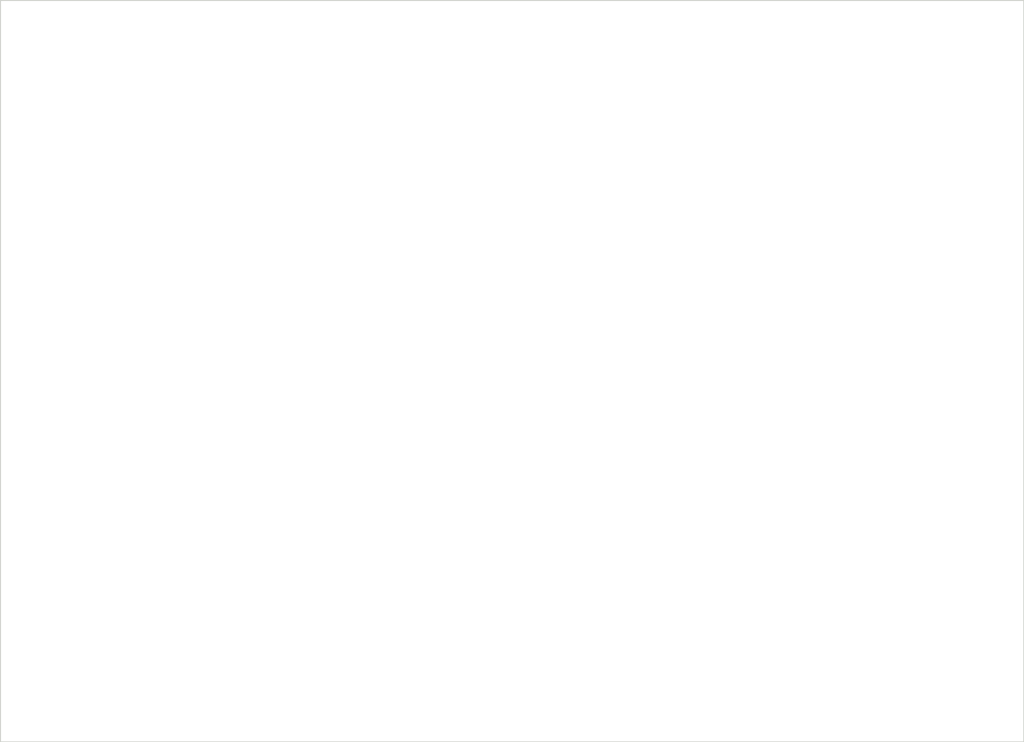
<source format=kicad_pcb>
(kicad_pcb (version 20211014) (generator pcbnew)

  (general
    (thickness 1.6)
  )

  (paper "A4")
  (layers
    (0 "F.Cu" signal)
    (31 "B.Cu" signal)
    (32 "B.Adhes" user "B.Adhesive")
    (33 "F.Adhes" user "F.Adhesive")
    (34 "B.Paste" user)
    (35 "F.Paste" user)
    (36 "B.SilkS" user "B.Silkscreen")
    (37 "F.SilkS" user "F.Silkscreen")
    (38 "B.Mask" user)
    (39 "F.Mask" user)
    (40 "Dwgs.User" user "User.Drawings")
    (41 "Cmts.User" user "User.Comments")
    (42 "Eco1.User" user "User.Eco1")
    (43 "Eco2.User" user "User.Eco2")
    (44 "Edge.Cuts" user)
    (45 "Margin" user)
    (46 "B.CrtYd" user "B.Courtyard")
    (47 "F.CrtYd" user "F.Courtyard")
    (48 "B.Fab" user)
    (49 "F.Fab" user)
    (50 "User.1" user)
    (51 "User.2" user)
    (52 "User.3" user)
    (53 "User.4" user)
    (54 "User.5" user)
    (55 "User.6" user)
    (56 "User.7" user)
    (57 "User.8" user)
    (58 "User.9" user)
  )

  (setup
    (stackup
      (layer "F.SilkS" (type "Top Silk Screen"))
      (layer "F.Paste" (type "Top Solder Paste"))
      (layer "F.Mask" (type "Top Solder Mask") (thickness 0.01))
      (layer "F.Cu" (type "copper") (thickness 0.035))
      (layer "dielectric 1" (type "core") (thickness 1.51) (material "FR4") (epsilon_r 4.5) (loss_tangent 0.02))
      (layer "B.Cu" (type "copper") (thickness 0.035))
      (layer "B.Mask" (type "Bottom Solder Mask") (thickness 0.01))
      (layer "B.Paste" (type "Bottom Solder Paste"))
      (layer "B.SilkS" (type "Bottom Silk Screen"))
      (copper_finish "None")
      (dielectric_constraints no)
    )
    (pad_to_mask_clearance 0)
    (pcbplotparams
      (layerselection 0x00010fc_ffffffff)
      (disableapertmacros false)
      (usegerberextensions false)
      (usegerberattributes true)
      (usegerberadvancedattributes true)
      (creategerberjobfile true)
      (svguseinch false)
      (svgprecision 6)
      (excludeedgelayer true)
      (plotframeref false)
      (viasonmask false)
      (mode 1)
      (useauxorigin false)
      (hpglpennumber 1)
      (hpglpenspeed 20)
      (hpglpendiameter 15.000000)
      (dxfpolygonmode true)
      (dxfimperialunits true)
      (dxfusepcbnewfont true)
      (psnegative false)
      (psa4output false)
      (plotreference true)
      (plotvalue true)
      (plotinvisibletext false)
      (sketchpadsonfab false)
      (subtractmaskfromsilk false)
      (outputformat 1)
      (mirror false)
      (drillshape 1)
      (scaleselection 1)
      (outputdirectory "")
    )
  )

  (net 0 "")

  (gr_line (start 205.74 124.46) (end 104.14 124.46) (layer "Edge.Cuts") (width 0.1) (tstamp 504e1db1-4acb-4a6e-9597-e26bb5a09b9c))
  (gr_line (start 104.14 50.8) (end 205.74 50.8) (layer "Edge.Cuts") (width 0.1) (tstamp a289e261-fc99-4ca1-842e-aadbb7ed5e7b))
  (gr_line (start 104.14 124.46) (end 104.14 50.8) (layer "Edge.Cuts") (width 0.1) (tstamp cd307208-5bfd-4d44-bcc5-212d5f0d011d))
  (gr_line (start 205.74 50.8) (end 205.74 124.46) (layer "Edge.Cuts") (width 0.1) (tstamp fa39811a-ebf1-49a6-9572-4dfe2cf55499))

)

</source>
